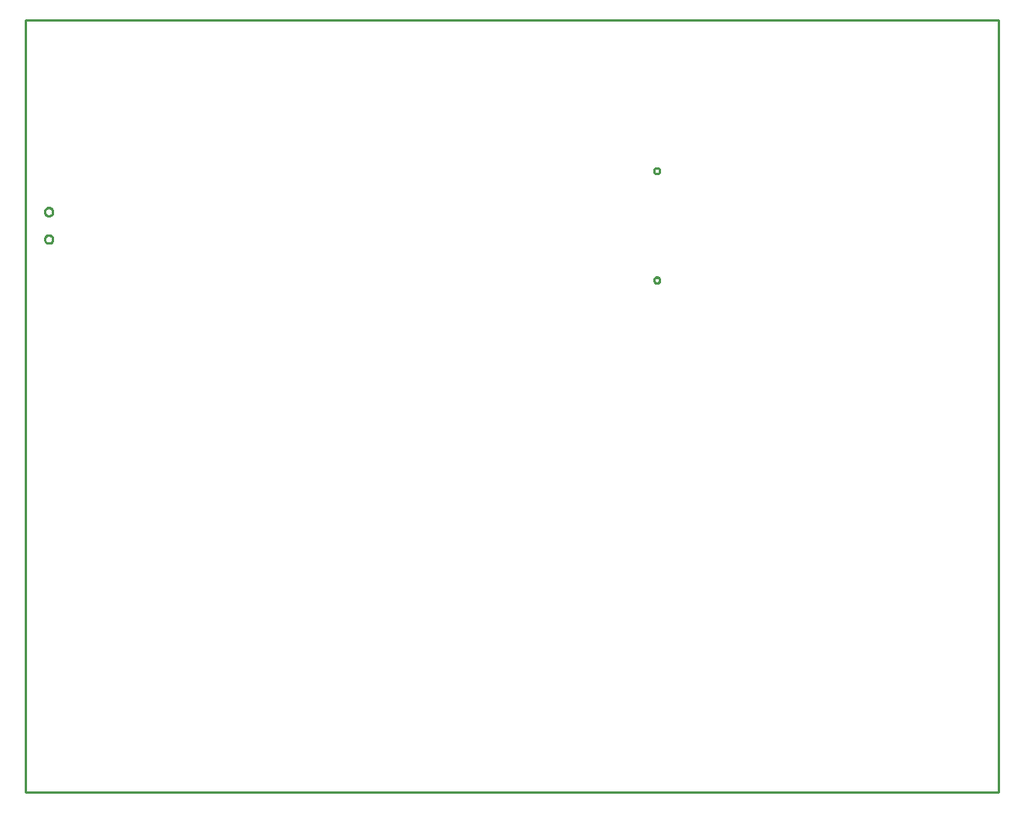
<source format=gbr>
G04 EAGLE Gerber RS-274X export*
G75*
%MOMM*%
%FSLAX34Y34*%
%LPD*%
%IN*%
%IPPOS*%
%AMOC8*
5,1,8,0,0,1.08239X$1,22.5*%
G01*
%ADD10C,0.254000*%


D10*
X0Y0D02*
X1066600Y0D01*
X1066600Y847600D01*
X0Y847600D01*
X0Y0D01*
X691987Y679050D02*
X691565Y679106D01*
X691153Y679216D01*
X690759Y679379D01*
X690391Y679592D01*
X690053Y679851D01*
X689751Y680153D01*
X689492Y680491D01*
X689279Y680859D01*
X689116Y681253D01*
X689006Y681665D01*
X688950Y682087D01*
X688950Y682513D01*
X689006Y682935D01*
X689116Y683347D01*
X689279Y683741D01*
X689492Y684109D01*
X689751Y684447D01*
X690053Y684749D01*
X690391Y685008D01*
X690759Y685221D01*
X691153Y685384D01*
X691565Y685494D01*
X691987Y685550D01*
X692413Y685550D01*
X692835Y685494D01*
X693247Y685384D01*
X693641Y685221D01*
X694009Y685008D01*
X694347Y684749D01*
X694649Y684447D01*
X694908Y684109D01*
X695121Y683741D01*
X695284Y683347D01*
X695394Y682935D01*
X695450Y682513D01*
X695450Y682087D01*
X695394Y681665D01*
X695284Y681253D01*
X695121Y680859D01*
X694908Y680491D01*
X694649Y680153D01*
X694347Y679851D01*
X694009Y679592D01*
X693641Y679379D01*
X693247Y679216D01*
X692835Y679106D01*
X692413Y679050D01*
X691987Y679050D01*
X691987Y559050D02*
X691565Y559106D01*
X691153Y559216D01*
X690759Y559379D01*
X690391Y559592D01*
X690053Y559851D01*
X689751Y560153D01*
X689492Y560491D01*
X689279Y560859D01*
X689116Y561253D01*
X689006Y561665D01*
X688950Y562087D01*
X688950Y562513D01*
X689006Y562935D01*
X689116Y563347D01*
X689279Y563741D01*
X689492Y564109D01*
X689751Y564447D01*
X690053Y564749D01*
X690391Y565008D01*
X690759Y565221D01*
X691153Y565384D01*
X691565Y565494D01*
X691987Y565550D01*
X692413Y565550D01*
X692835Y565494D01*
X693247Y565384D01*
X693641Y565221D01*
X694009Y565008D01*
X694347Y564749D01*
X694649Y564447D01*
X694908Y564109D01*
X695121Y563741D01*
X695284Y563347D01*
X695394Y562935D01*
X695450Y562513D01*
X695450Y562087D01*
X695394Y561665D01*
X695284Y561253D01*
X695121Y560859D01*
X694908Y560491D01*
X694649Y560153D01*
X694347Y559851D01*
X694009Y559592D01*
X693641Y559379D01*
X693247Y559216D01*
X692835Y559106D01*
X692413Y559050D01*
X691987Y559050D01*
X25695Y611800D02*
X26280Y611723D01*
X26850Y611570D01*
X27395Y611345D01*
X27905Y611050D01*
X28373Y610691D01*
X28791Y610273D01*
X29150Y609805D01*
X29445Y609295D01*
X29670Y608750D01*
X29823Y608180D01*
X29900Y607595D01*
X29900Y607005D01*
X29823Y606420D01*
X29670Y605850D01*
X29445Y605305D01*
X29150Y604795D01*
X28791Y604327D01*
X28373Y603909D01*
X27905Y603550D01*
X27395Y603255D01*
X26850Y603030D01*
X26280Y602877D01*
X25695Y602800D01*
X25105Y602800D01*
X24520Y602877D01*
X23950Y603030D01*
X23405Y603255D01*
X22895Y603550D01*
X22427Y603909D01*
X22009Y604327D01*
X21650Y604795D01*
X21355Y605305D01*
X21130Y605850D01*
X20977Y606420D01*
X20900Y607005D01*
X20900Y607595D01*
X20977Y608180D01*
X21130Y608750D01*
X21355Y609295D01*
X21650Y609805D01*
X22009Y610273D01*
X22427Y610691D01*
X22895Y611050D01*
X23405Y611345D01*
X23950Y611570D01*
X24520Y611723D01*
X25105Y611800D01*
X25695Y611800D01*
X25695Y641800D02*
X26280Y641723D01*
X26850Y641570D01*
X27395Y641345D01*
X27905Y641050D01*
X28373Y640691D01*
X28791Y640273D01*
X29150Y639805D01*
X29445Y639295D01*
X29670Y638750D01*
X29823Y638180D01*
X29900Y637595D01*
X29900Y637005D01*
X29823Y636420D01*
X29670Y635850D01*
X29445Y635305D01*
X29150Y634795D01*
X28791Y634327D01*
X28373Y633909D01*
X27905Y633550D01*
X27395Y633255D01*
X26850Y633030D01*
X26280Y632877D01*
X25695Y632800D01*
X25105Y632800D01*
X24520Y632877D01*
X23950Y633030D01*
X23405Y633255D01*
X22895Y633550D01*
X22427Y633909D01*
X22009Y634327D01*
X21650Y634795D01*
X21355Y635305D01*
X21130Y635850D01*
X20977Y636420D01*
X20900Y637005D01*
X20900Y637595D01*
X20977Y638180D01*
X21130Y638750D01*
X21355Y639295D01*
X21650Y639805D01*
X22009Y640273D01*
X22427Y640691D01*
X22895Y641050D01*
X23405Y641345D01*
X23950Y641570D01*
X24520Y641723D01*
X25105Y641800D01*
X25695Y641800D01*
M02*

</source>
